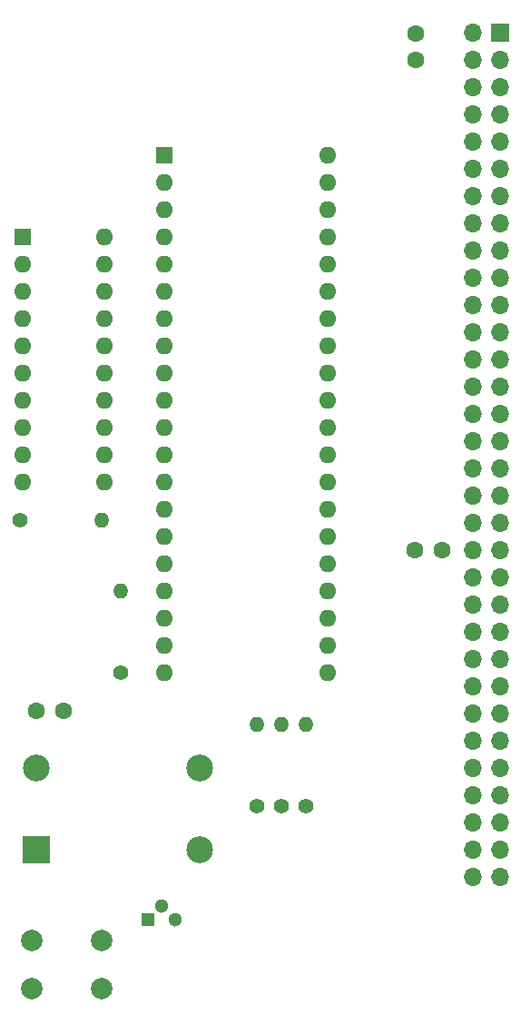
<source format=gbs>
G04 #@! TF.GenerationSoftware,KiCad,Pcbnew,(6.0.1)*
G04 #@! TF.CreationDate,2022-09-17T17:14:25-04:00*
G04 #@! TF.ProjectId,LB-Z80-01,4c422d5a-3830-42d3-9031-2e6b69636164,1*
G04 #@! TF.SameCoordinates,Original*
G04 #@! TF.FileFunction,Soldermask,Bot*
G04 #@! TF.FilePolarity,Negative*
%FSLAX46Y46*%
G04 Gerber Fmt 4.6, Leading zero omitted, Abs format (unit mm)*
G04 Created by KiCad (PCBNEW (6.0.1)) date 2022-09-17 17:14:25*
%MOMM*%
%LPD*%
G01*
G04 APERTURE LIST*
%ADD10R,1.700000X1.700000*%
%ADD11O,1.700000X1.700000*%
%ADD12R,1.600000X1.600000*%
%ADD13O,1.600000X1.600000*%
%ADD14C,1.400000*%
%ADD15O,1.400000X1.400000*%
%ADD16C,1.600000*%
%ADD17R,1.300000X1.300000*%
%ADD18C,1.300000*%
%ADD19C,2.000000*%
%ADD20R,2.500000X2.500000*%
%ADD21C,2.500000*%
G04 APERTURE END LIST*
D10*
X179890000Y-54615000D03*
D11*
X177350000Y-54615000D03*
X179890000Y-57155000D03*
X177350000Y-57155000D03*
X179890000Y-59695000D03*
X177350000Y-59695000D03*
X179890000Y-62235000D03*
X177350000Y-62235000D03*
X179890000Y-64775000D03*
X177350000Y-64775000D03*
X179890000Y-67315000D03*
X177350000Y-67315000D03*
X179890000Y-69855000D03*
X177350000Y-69855000D03*
X179890000Y-72395000D03*
X177350000Y-72395000D03*
X179890000Y-74935000D03*
X177350000Y-74935000D03*
X179890000Y-77475000D03*
X177350000Y-77475000D03*
X179890000Y-80015000D03*
X177350000Y-80015000D03*
X179890000Y-82555000D03*
X177350000Y-82555000D03*
X179890000Y-85095000D03*
X177350000Y-85095000D03*
X179890000Y-87635000D03*
X177350000Y-87635000D03*
X179890000Y-90175000D03*
X177350000Y-90175000D03*
X179890000Y-92715000D03*
X177350000Y-92715000D03*
X179890000Y-95255000D03*
X177350000Y-95255000D03*
X179890000Y-97795000D03*
X177350000Y-97795000D03*
X179890000Y-100335000D03*
X177350000Y-100335000D03*
X179890000Y-102875000D03*
X177350000Y-102875000D03*
X179890000Y-105415000D03*
X177350000Y-105415000D03*
X179890000Y-107955000D03*
X177350000Y-107955000D03*
X179890000Y-110495000D03*
X177350000Y-110495000D03*
X179890000Y-113035000D03*
X177350000Y-113035000D03*
X179890000Y-115575000D03*
X177350000Y-115575000D03*
X179890000Y-118115000D03*
X177350000Y-118115000D03*
X179890000Y-120655000D03*
X177350000Y-120655000D03*
X179890000Y-123195000D03*
X177350000Y-123195000D03*
X179890000Y-125735000D03*
X177350000Y-125735000D03*
X179890000Y-128275000D03*
X177350000Y-128275000D03*
X179890000Y-130815000D03*
X177350000Y-130815000D03*
X179890000Y-133355000D03*
X177350000Y-133355000D03*
D12*
X148590000Y-66040000D03*
D13*
X148590000Y-68580000D03*
X148590000Y-71120000D03*
X148590000Y-73660000D03*
X148590000Y-76200000D03*
X148590000Y-78740000D03*
X148590000Y-81280000D03*
X148590000Y-83820000D03*
X148590000Y-86360000D03*
X148590000Y-88900000D03*
X148590000Y-91440000D03*
X148590000Y-93980000D03*
X148590000Y-96520000D03*
X148590000Y-99060000D03*
X148590000Y-101600000D03*
X148590000Y-104140000D03*
X148590000Y-106680000D03*
X148590000Y-109220000D03*
X148590000Y-111760000D03*
X148590000Y-114300000D03*
X163830000Y-114300000D03*
X163830000Y-111760000D03*
X163830000Y-109220000D03*
X163830000Y-106680000D03*
X163830000Y-104140000D03*
X163830000Y-101600000D03*
X163830000Y-99060000D03*
X163830000Y-96520000D03*
X163830000Y-93980000D03*
X163830000Y-91440000D03*
X163830000Y-88900000D03*
X163830000Y-86360000D03*
X163830000Y-83820000D03*
X163830000Y-81280000D03*
X163830000Y-78740000D03*
X163830000Y-76200000D03*
X163830000Y-73660000D03*
X163830000Y-71120000D03*
X163830000Y-68580000D03*
X163830000Y-66040000D03*
D14*
X161798000Y-126746000D03*
D15*
X161798000Y-119126000D03*
D14*
X159512000Y-126746000D03*
D15*
X159512000Y-119126000D03*
D16*
X139172000Y-117856000D03*
X136672000Y-117856000D03*
X172085000Y-57130000D03*
X172085000Y-54630000D03*
D17*
X147082000Y-137336000D03*
D18*
X148352000Y-136066000D03*
X149622000Y-137336000D03*
D14*
X135128000Y-100076000D03*
D15*
X142748000Y-100076000D03*
D12*
X135392000Y-73665000D03*
D13*
X135392000Y-76205000D03*
X135392000Y-78745000D03*
X135392000Y-81285000D03*
X135392000Y-83825000D03*
X135392000Y-86365000D03*
X135392000Y-88905000D03*
X135392000Y-91445000D03*
X135392000Y-93985000D03*
X135392000Y-96525000D03*
X143012000Y-96525000D03*
X143012000Y-93985000D03*
X143012000Y-91445000D03*
X143012000Y-88905000D03*
X143012000Y-86365000D03*
X143012000Y-83825000D03*
X143012000Y-81285000D03*
X143012000Y-78745000D03*
X143012000Y-76205000D03*
X143012000Y-73665000D03*
D14*
X157226000Y-126746000D03*
D15*
X157226000Y-119126000D03*
D19*
X136248000Y-143764000D03*
X142748000Y-143764000D03*
X136248000Y-139264000D03*
X142748000Y-139264000D03*
D14*
X144526000Y-114300000D03*
D15*
X144526000Y-106680000D03*
D20*
X136652000Y-130772000D03*
D21*
X151892000Y-130772000D03*
X151892000Y-123152000D03*
X136652000Y-123152000D03*
D16*
X174478000Y-102870000D03*
X171978000Y-102870000D03*
M02*

</source>
